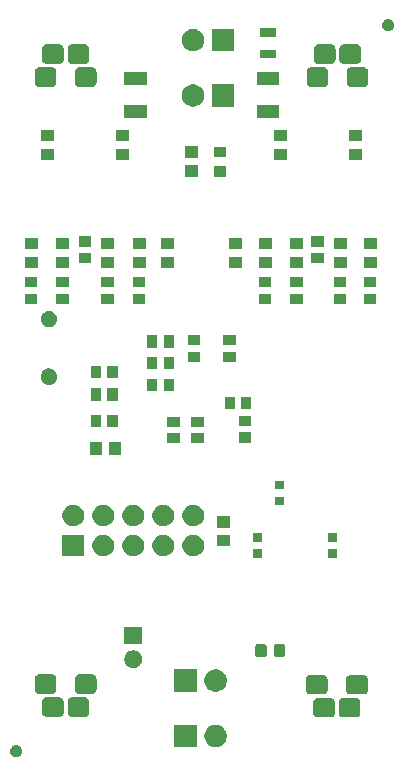
<source format=gbs>
G04 #@! TF.GenerationSoftware,KiCad,Pcbnew,(5.1.5)-3*
G04 #@! TF.CreationDate,2020-07-08T18:31:05-03:00*
G04 #@! TF.ProjectId,EEN60002020,45454e36-3030-4303-9230-32302e6b6963,rev?*
G04 #@! TF.SameCoordinates,Original*
G04 #@! TF.FileFunction,Soldermask,Bot*
G04 #@! TF.FilePolarity,Negative*
%FSLAX46Y46*%
G04 Gerber Fmt 4.6, Leading zero omitted, Abs format (unit mm)*
G04 Created by KiCad (PCBNEW (5.1.5)-3) date 2020-07-08 18:31:05*
%MOMM*%
%LPD*%
G04 APERTURE LIST*
%ADD10C,0.100000*%
G04 APERTURE END LIST*
D10*
G36*
X136289843Y-125503214D02*
G01*
X136289846Y-125503215D01*
X136289845Y-125503215D01*
X136380839Y-125540906D01*
X136404573Y-125556765D01*
X136462730Y-125595624D01*
X136532376Y-125665270D01*
X136587095Y-125747163D01*
X136624786Y-125838157D01*
X136644000Y-125934753D01*
X136644000Y-126033247D01*
X136624786Y-126129843D01*
X136624785Y-126129845D01*
X136587094Y-126220839D01*
X136532375Y-126302731D01*
X136462731Y-126372375D01*
X136380839Y-126427094D01*
X136380838Y-126427095D01*
X136380837Y-126427095D01*
X136289843Y-126464786D01*
X136193247Y-126484000D01*
X136094753Y-126484000D01*
X135998157Y-126464786D01*
X135907163Y-126427095D01*
X135907162Y-126427095D01*
X135907161Y-126427094D01*
X135825269Y-126372375D01*
X135755625Y-126302731D01*
X135700906Y-126220839D01*
X135663215Y-126129845D01*
X135663214Y-126129843D01*
X135644000Y-126033247D01*
X135644000Y-125934753D01*
X135663214Y-125838157D01*
X135700905Y-125747163D01*
X135755624Y-125665270D01*
X135825270Y-125595624D01*
X135883427Y-125556765D01*
X135907161Y-125540906D01*
X135998155Y-125503215D01*
X135998154Y-125503215D01*
X135998157Y-125503214D01*
X136094753Y-125484000D01*
X136193247Y-125484000D01*
X136289843Y-125503214D01*
G37*
G36*
X153312395Y-123799546D02*
G01*
X153485466Y-123871234D01*
X153485467Y-123871235D01*
X153641227Y-123975310D01*
X153773690Y-124107773D01*
X153773691Y-124107775D01*
X153877766Y-124263534D01*
X153949454Y-124436605D01*
X153986000Y-124620333D01*
X153986000Y-124807667D01*
X153949454Y-124991395D01*
X153877766Y-125164466D01*
X153877765Y-125164467D01*
X153773690Y-125320227D01*
X153641227Y-125452690D01*
X153594368Y-125484000D01*
X153485466Y-125556766D01*
X153312395Y-125628454D01*
X153128667Y-125665000D01*
X152941333Y-125665000D01*
X152757605Y-125628454D01*
X152584534Y-125556766D01*
X152475632Y-125484000D01*
X152428773Y-125452690D01*
X152296310Y-125320227D01*
X152192235Y-125164467D01*
X152192234Y-125164466D01*
X152120546Y-124991395D01*
X152084000Y-124807667D01*
X152084000Y-124620333D01*
X152120546Y-124436605D01*
X152192234Y-124263534D01*
X152296309Y-124107775D01*
X152296310Y-124107773D01*
X152428773Y-123975310D01*
X152584533Y-123871235D01*
X152584534Y-123871234D01*
X152757605Y-123799546D01*
X152941333Y-123763000D01*
X153128667Y-123763000D01*
X153312395Y-123799546D01*
G37*
G36*
X151446000Y-125665000D02*
G01*
X149544000Y-125665000D01*
X149544000Y-123763000D01*
X151446000Y-123763000D01*
X151446000Y-125665000D01*
G37*
G36*
X162859384Y-121501232D02*
G01*
X162924087Y-121520860D01*
X162983714Y-121552731D01*
X163035978Y-121595622D01*
X163078869Y-121647886D01*
X163110740Y-121707513D01*
X163130368Y-121772216D01*
X163137600Y-121845641D01*
X163137600Y-122774359D01*
X163130368Y-122847784D01*
X163110740Y-122912487D01*
X163078869Y-122972114D01*
X163035978Y-123024378D01*
X162983714Y-123067269D01*
X162924087Y-123099140D01*
X162859384Y-123118768D01*
X162785959Y-123126000D01*
X161657241Y-123126000D01*
X161583816Y-123118768D01*
X161519113Y-123099140D01*
X161459486Y-123067269D01*
X161407222Y-123024378D01*
X161364331Y-122972114D01*
X161332460Y-122912487D01*
X161312832Y-122847784D01*
X161305600Y-122774359D01*
X161305600Y-121845641D01*
X161312832Y-121772216D01*
X161332460Y-121707513D01*
X161364331Y-121647886D01*
X161407222Y-121595622D01*
X161459486Y-121552731D01*
X161519113Y-121520860D01*
X161583816Y-121501232D01*
X161657241Y-121494000D01*
X162785959Y-121494000D01*
X162859384Y-121501232D01*
G37*
G36*
X165009384Y-121501232D02*
G01*
X165074087Y-121520860D01*
X165133714Y-121552731D01*
X165185978Y-121595622D01*
X165228869Y-121647886D01*
X165260740Y-121707513D01*
X165280368Y-121772216D01*
X165287600Y-121845641D01*
X165287600Y-122774359D01*
X165280368Y-122847784D01*
X165260740Y-122912487D01*
X165228869Y-122972114D01*
X165185978Y-123024378D01*
X165133714Y-123067269D01*
X165074087Y-123099140D01*
X165009384Y-123118768D01*
X164935959Y-123126000D01*
X163807241Y-123126000D01*
X163733816Y-123118768D01*
X163669113Y-123099140D01*
X163609486Y-123067269D01*
X163557222Y-123024378D01*
X163514331Y-122972114D01*
X163482460Y-122912487D01*
X163462832Y-122847784D01*
X163455600Y-122774359D01*
X163455600Y-121845641D01*
X163462832Y-121772216D01*
X163482460Y-121707513D01*
X163514331Y-121647886D01*
X163557222Y-121595622D01*
X163609486Y-121552731D01*
X163669113Y-121520860D01*
X163733816Y-121501232D01*
X163807241Y-121494000D01*
X164935959Y-121494000D01*
X165009384Y-121501232D01*
G37*
G36*
X142047784Y-121451232D02*
G01*
X142112487Y-121470860D01*
X142172114Y-121502731D01*
X142224378Y-121545622D01*
X142267269Y-121597886D01*
X142299140Y-121657513D01*
X142318768Y-121722216D01*
X142326000Y-121795641D01*
X142326000Y-122724359D01*
X142318768Y-122797784D01*
X142299140Y-122862487D01*
X142267269Y-122922114D01*
X142224378Y-122974378D01*
X142172114Y-123017269D01*
X142112487Y-123049140D01*
X142047784Y-123068768D01*
X141974359Y-123076000D01*
X140845641Y-123076000D01*
X140772216Y-123068768D01*
X140707513Y-123049140D01*
X140647886Y-123017269D01*
X140595622Y-122974378D01*
X140552731Y-122922114D01*
X140520860Y-122862487D01*
X140501232Y-122797784D01*
X140494000Y-122724359D01*
X140494000Y-121795641D01*
X140501232Y-121722216D01*
X140520860Y-121657513D01*
X140552731Y-121597886D01*
X140595622Y-121545622D01*
X140647886Y-121502731D01*
X140707513Y-121470860D01*
X140772216Y-121451232D01*
X140845641Y-121444000D01*
X141974359Y-121444000D01*
X142047784Y-121451232D01*
G37*
G36*
X139897784Y-121451232D02*
G01*
X139962487Y-121470860D01*
X140022114Y-121502731D01*
X140074378Y-121545622D01*
X140117269Y-121597886D01*
X140149140Y-121657513D01*
X140168768Y-121722216D01*
X140176000Y-121795641D01*
X140176000Y-122724359D01*
X140168768Y-122797784D01*
X140149140Y-122862487D01*
X140117269Y-122922114D01*
X140074378Y-122974378D01*
X140022114Y-123017269D01*
X139962487Y-123049140D01*
X139897784Y-123068768D01*
X139824359Y-123076000D01*
X138695641Y-123076000D01*
X138622216Y-123068768D01*
X138557513Y-123049140D01*
X138497886Y-123017269D01*
X138445622Y-122974378D01*
X138402731Y-122922114D01*
X138370860Y-122862487D01*
X138351232Y-122797784D01*
X138344000Y-122724359D01*
X138344000Y-121795641D01*
X138351232Y-121722216D01*
X138370860Y-121657513D01*
X138402731Y-121597886D01*
X138445622Y-121545622D01*
X138497886Y-121502731D01*
X138557513Y-121470860D01*
X138622216Y-121451232D01*
X138695641Y-121444000D01*
X139824359Y-121444000D01*
X139897784Y-121451232D01*
G37*
G36*
X162234384Y-119551232D02*
G01*
X162299087Y-119570860D01*
X162358714Y-119602731D01*
X162410978Y-119645622D01*
X162453869Y-119697886D01*
X162485740Y-119757513D01*
X162505368Y-119822216D01*
X162512600Y-119895641D01*
X162512600Y-120824359D01*
X162505368Y-120897784D01*
X162485740Y-120962487D01*
X162453869Y-121022114D01*
X162410978Y-121074378D01*
X162358714Y-121117269D01*
X162299087Y-121149140D01*
X162234384Y-121168768D01*
X162160959Y-121176000D01*
X161032241Y-121176000D01*
X160958816Y-121168768D01*
X160894113Y-121149140D01*
X160834486Y-121117269D01*
X160782222Y-121074378D01*
X160739331Y-121022114D01*
X160707460Y-120962487D01*
X160687832Y-120897784D01*
X160680600Y-120824359D01*
X160680600Y-119895641D01*
X160687832Y-119822216D01*
X160707460Y-119757513D01*
X160739331Y-119697886D01*
X160782222Y-119645622D01*
X160834486Y-119602731D01*
X160894113Y-119570860D01*
X160958816Y-119551232D01*
X161032241Y-119544000D01*
X162160959Y-119544000D01*
X162234384Y-119551232D01*
G37*
G36*
X165634384Y-119551232D02*
G01*
X165699087Y-119570860D01*
X165758714Y-119602731D01*
X165810978Y-119645622D01*
X165853869Y-119697886D01*
X165885740Y-119757513D01*
X165905368Y-119822216D01*
X165912600Y-119895641D01*
X165912600Y-120824359D01*
X165905368Y-120897784D01*
X165885740Y-120962487D01*
X165853869Y-121022114D01*
X165810978Y-121074378D01*
X165758714Y-121117269D01*
X165699087Y-121149140D01*
X165634384Y-121168768D01*
X165560959Y-121176000D01*
X164432241Y-121176000D01*
X164358816Y-121168768D01*
X164294113Y-121149140D01*
X164234486Y-121117269D01*
X164182222Y-121074378D01*
X164139331Y-121022114D01*
X164107460Y-120962487D01*
X164087832Y-120897784D01*
X164080600Y-120824359D01*
X164080600Y-119895641D01*
X164087832Y-119822216D01*
X164107460Y-119757513D01*
X164139331Y-119697886D01*
X164182222Y-119645622D01*
X164234486Y-119602731D01*
X164294113Y-119570860D01*
X164358816Y-119551232D01*
X164432241Y-119544000D01*
X165560959Y-119544000D01*
X165634384Y-119551232D01*
G37*
G36*
X139272784Y-119501232D02*
G01*
X139337487Y-119520860D01*
X139397114Y-119552731D01*
X139449378Y-119595622D01*
X139492269Y-119647886D01*
X139524140Y-119707513D01*
X139543768Y-119772216D01*
X139551000Y-119845641D01*
X139551000Y-120774359D01*
X139543768Y-120847784D01*
X139524140Y-120912487D01*
X139492269Y-120972114D01*
X139449378Y-121024378D01*
X139397114Y-121067269D01*
X139337487Y-121099140D01*
X139272784Y-121118768D01*
X139199359Y-121126000D01*
X138070641Y-121126000D01*
X137997216Y-121118768D01*
X137932513Y-121099140D01*
X137872886Y-121067269D01*
X137820622Y-121024378D01*
X137777731Y-120972114D01*
X137745860Y-120912487D01*
X137726232Y-120847784D01*
X137719000Y-120774359D01*
X137719000Y-119845641D01*
X137726232Y-119772216D01*
X137745860Y-119707513D01*
X137777731Y-119647886D01*
X137820622Y-119595622D01*
X137872886Y-119552731D01*
X137932513Y-119520860D01*
X137997216Y-119501232D01*
X138070641Y-119494000D01*
X139199359Y-119494000D01*
X139272784Y-119501232D01*
G37*
G36*
X142672784Y-119501232D02*
G01*
X142737487Y-119520860D01*
X142797114Y-119552731D01*
X142849378Y-119595622D01*
X142892269Y-119647886D01*
X142924140Y-119707513D01*
X142943768Y-119772216D01*
X142951000Y-119845641D01*
X142951000Y-120774359D01*
X142943768Y-120847784D01*
X142924140Y-120912487D01*
X142892269Y-120972114D01*
X142849378Y-121024378D01*
X142797114Y-121067269D01*
X142737487Y-121099140D01*
X142672784Y-121118768D01*
X142599359Y-121126000D01*
X141470641Y-121126000D01*
X141397216Y-121118768D01*
X141332513Y-121099140D01*
X141272886Y-121067269D01*
X141220622Y-121024378D01*
X141177731Y-120972114D01*
X141145860Y-120912487D01*
X141126232Y-120847784D01*
X141119000Y-120774359D01*
X141119000Y-119845641D01*
X141126232Y-119772216D01*
X141145860Y-119707513D01*
X141177731Y-119647886D01*
X141220622Y-119595622D01*
X141272886Y-119552731D01*
X141332513Y-119520860D01*
X141397216Y-119501232D01*
X141470641Y-119494000D01*
X142599359Y-119494000D01*
X142672784Y-119501232D01*
G37*
G36*
X153312395Y-119100546D02*
G01*
X153485466Y-119172234D01*
X153485467Y-119172235D01*
X153641227Y-119276310D01*
X153773690Y-119408773D01*
X153773691Y-119408775D01*
X153877766Y-119564534D01*
X153949454Y-119737605D01*
X153986000Y-119921333D01*
X153986000Y-120108667D01*
X153949454Y-120292395D01*
X153877766Y-120465466D01*
X153877765Y-120465467D01*
X153773690Y-120621227D01*
X153641227Y-120753690D01*
X153575515Y-120797597D01*
X153485466Y-120857766D01*
X153312395Y-120929454D01*
X153128667Y-120966000D01*
X152941333Y-120966000D01*
X152757605Y-120929454D01*
X152584534Y-120857766D01*
X152494485Y-120797597D01*
X152428773Y-120753690D01*
X152296310Y-120621227D01*
X152192235Y-120465467D01*
X152192234Y-120465466D01*
X152120546Y-120292395D01*
X152084000Y-120108667D01*
X152084000Y-119921333D01*
X152120546Y-119737605D01*
X152192234Y-119564534D01*
X152296309Y-119408775D01*
X152296310Y-119408773D01*
X152428773Y-119276310D01*
X152584533Y-119172235D01*
X152584534Y-119172234D01*
X152757605Y-119100546D01*
X152941333Y-119064000D01*
X153128667Y-119064000D01*
X153312395Y-119100546D01*
G37*
G36*
X151446000Y-120966000D02*
G01*
X149544000Y-120966000D01*
X149544000Y-119064000D01*
X151446000Y-119064000D01*
X151446000Y-120966000D01*
G37*
G36*
X146269059Y-117482860D02*
G01*
X146405732Y-117539472D01*
X146528735Y-117621660D01*
X146633340Y-117726265D01*
X146691368Y-117813110D01*
X146715529Y-117849270D01*
X146770677Y-117982408D01*
X146772140Y-117985941D01*
X146801000Y-118131033D01*
X146801000Y-118278967D01*
X146772140Y-118424059D01*
X146715528Y-118560732D01*
X146633340Y-118683735D01*
X146528735Y-118788340D01*
X146405732Y-118870528D01*
X146405731Y-118870529D01*
X146405730Y-118870529D01*
X146269059Y-118927140D01*
X146123968Y-118956000D01*
X145976032Y-118956000D01*
X145830941Y-118927140D01*
X145694270Y-118870529D01*
X145694269Y-118870529D01*
X145694268Y-118870528D01*
X145571265Y-118788340D01*
X145466660Y-118683735D01*
X145384472Y-118560732D01*
X145327860Y-118424059D01*
X145299000Y-118278967D01*
X145299000Y-118131033D01*
X145327860Y-117985941D01*
X145329323Y-117982408D01*
X145384471Y-117849270D01*
X145408632Y-117813110D01*
X145466660Y-117726265D01*
X145571265Y-117621660D01*
X145694268Y-117539472D01*
X145830941Y-117482860D01*
X145976032Y-117454000D01*
X146123968Y-117454000D01*
X146269059Y-117482860D01*
G37*
G36*
X157212391Y-116953085D02*
G01*
X157246369Y-116963393D01*
X157277690Y-116980134D01*
X157305139Y-117002661D01*
X157327666Y-117030110D01*
X157344407Y-117061431D01*
X157354715Y-117095409D01*
X157358800Y-117136890D01*
X157358800Y-117813110D01*
X157354715Y-117854591D01*
X157344407Y-117888569D01*
X157327666Y-117919890D01*
X157305139Y-117947339D01*
X157277690Y-117969866D01*
X157246369Y-117986607D01*
X157212391Y-117996915D01*
X157170910Y-118001000D01*
X156569690Y-118001000D01*
X156528209Y-117996915D01*
X156494231Y-117986607D01*
X156462910Y-117969866D01*
X156435461Y-117947339D01*
X156412934Y-117919890D01*
X156396193Y-117888569D01*
X156385885Y-117854591D01*
X156381800Y-117813110D01*
X156381800Y-117136890D01*
X156385885Y-117095409D01*
X156396193Y-117061431D01*
X156412934Y-117030110D01*
X156435461Y-117002661D01*
X156462910Y-116980134D01*
X156494231Y-116963393D01*
X156528209Y-116953085D01*
X156569690Y-116949000D01*
X157170910Y-116949000D01*
X157212391Y-116953085D01*
G37*
G36*
X158787391Y-116953085D02*
G01*
X158821369Y-116963393D01*
X158852690Y-116980134D01*
X158880139Y-117002661D01*
X158902666Y-117030110D01*
X158919407Y-117061431D01*
X158929715Y-117095409D01*
X158933800Y-117136890D01*
X158933800Y-117813110D01*
X158929715Y-117854591D01*
X158919407Y-117888569D01*
X158902666Y-117919890D01*
X158880139Y-117947339D01*
X158852690Y-117969866D01*
X158821369Y-117986607D01*
X158787391Y-117996915D01*
X158745910Y-118001000D01*
X158144690Y-118001000D01*
X158103209Y-117996915D01*
X158069231Y-117986607D01*
X158037910Y-117969866D01*
X158010461Y-117947339D01*
X157987934Y-117919890D01*
X157971193Y-117888569D01*
X157960885Y-117854591D01*
X157956800Y-117813110D01*
X157956800Y-117136890D01*
X157960885Y-117095409D01*
X157971193Y-117061431D01*
X157987934Y-117030110D01*
X158010461Y-117002661D01*
X158037910Y-116980134D01*
X158069231Y-116963393D01*
X158103209Y-116953085D01*
X158144690Y-116949000D01*
X158745910Y-116949000D01*
X158787391Y-116953085D01*
G37*
G36*
X146801000Y-116956000D02*
G01*
X145299000Y-116956000D01*
X145299000Y-115454000D01*
X146801000Y-115454000D01*
X146801000Y-116956000D01*
G37*
G36*
X163342000Y-109636000D02*
G01*
X162540000Y-109636000D01*
X162540000Y-108884000D01*
X163342000Y-108884000D01*
X163342000Y-109636000D01*
G37*
G36*
X156992000Y-109636000D02*
G01*
X156190000Y-109636000D01*
X156190000Y-108884000D01*
X156992000Y-108884000D01*
X156992000Y-109636000D01*
G37*
G36*
X143776778Y-107705547D02*
G01*
X143943224Y-107774491D01*
X144093022Y-107874583D01*
X144220417Y-108001978D01*
X144320509Y-108151776D01*
X144389453Y-108318222D01*
X144424600Y-108494918D01*
X144424600Y-108675082D01*
X144389453Y-108851778D01*
X144320509Y-109018224D01*
X144220417Y-109168022D01*
X144093022Y-109295417D01*
X143943224Y-109395509D01*
X143776778Y-109464453D01*
X143600082Y-109499600D01*
X143419918Y-109499600D01*
X143243222Y-109464453D01*
X143076776Y-109395509D01*
X142926978Y-109295417D01*
X142799583Y-109168022D01*
X142699491Y-109018224D01*
X142630547Y-108851778D01*
X142595400Y-108675082D01*
X142595400Y-108494918D01*
X142630547Y-108318222D01*
X142699491Y-108151776D01*
X142799583Y-108001978D01*
X142926978Y-107874583D01*
X143076776Y-107774491D01*
X143243222Y-107705547D01*
X143419918Y-107670400D01*
X143600082Y-107670400D01*
X143776778Y-107705547D01*
G37*
G36*
X146316778Y-107705547D02*
G01*
X146483224Y-107774491D01*
X146633022Y-107874583D01*
X146760417Y-108001978D01*
X146860509Y-108151776D01*
X146929453Y-108318222D01*
X146964600Y-108494918D01*
X146964600Y-108675082D01*
X146929453Y-108851778D01*
X146860509Y-109018224D01*
X146760417Y-109168022D01*
X146633022Y-109295417D01*
X146483224Y-109395509D01*
X146316778Y-109464453D01*
X146140082Y-109499600D01*
X145959918Y-109499600D01*
X145783222Y-109464453D01*
X145616776Y-109395509D01*
X145466978Y-109295417D01*
X145339583Y-109168022D01*
X145239491Y-109018224D01*
X145170547Y-108851778D01*
X145135400Y-108675082D01*
X145135400Y-108494918D01*
X145170547Y-108318222D01*
X145239491Y-108151776D01*
X145339583Y-108001978D01*
X145466978Y-107874583D01*
X145616776Y-107774491D01*
X145783222Y-107705547D01*
X145959918Y-107670400D01*
X146140082Y-107670400D01*
X146316778Y-107705547D01*
G37*
G36*
X148856778Y-107705547D02*
G01*
X149023224Y-107774491D01*
X149173022Y-107874583D01*
X149300417Y-108001978D01*
X149400509Y-108151776D01*
X149469453Y-108318222D01*
X149504600Y-108494918D01*
X149504600Y-108675082D01*
X149469453Y-108851778D01*
X149400509Y-109018224D01*
X149300417Y-109168022D01*
X149173022Y-109295417D01*
X149023224Y-109395509D01*
X148856778Y-109464453D01*
X148680082Y-109499600D01*
X148499918Y-109499600D01*
X148323222Y-109464453D01*
X148156776Y-109395509D01*
X148006978Y-109295417D01*
X147879583Y-109168022D01*
X147779491Y-109018224D01*
X147710547Y-108851778D01*
X147675400Y-108675082D01*
X147675400Y-108494918D01*
X147710547Y-108318222D01*
X147779491Y-108151776D01*
X147879583Y-108001978D01*
X148006978Y-107874583D01*
X148156776Y-107774491D01*
X148323222Y-107705547D01*
X148499918Y-107670400D01*
X148680082Y-107670400D01*
X148856778Y-107705547D01*
G37*
G36*
X151396778Y-107705547D02*
G01*
X151563224Y-107774491D01*
X151713022Y-107874583D01*
X151840417Y-108001978D01*
X151940509Y-108151776D01*
X152009453Y-108318222D01*
X152044600Y-108494918D01*
X152044600Y-108675082D01*
X152009453Y-108851778D01*
X151940509Y-109018224D01*
X151840417Y-109168022D01*
X151713022Y-109295417D01*
X151563224Y-109395509D01*
X151396778Y-109464453D01*
X151220082Y-109499600D01*
X151039918Y-109499600D01*
X150863222Y-109464453D01*
X150696776Y-109395509D01*
X150546978Y-109295417D01*
X150419583Y-109168022D01*
X150319491Y-109018224D01*
X150250547Y-108851778D01*
X150215400Y-108675082D01*
X150215400Y-108494918D01*
X150250547Y-108318222D01*
X150319491Y-108151776D01*
X150419583Y-108001978D01*
X150546978Y-107874583D01*
X150696776Y-107774491D01*
X150863222Y-107705547D01*
X151039918Y-107670400D01*
X151220082Y-107670400D01*
X151396778Y-107705547D01*
G37*
G36*
X141884600Y-109499600D02*
G01*
X140055400Y-109499600D01*
X140055400Y-107670400D01*
X141884600Y-107670400D01*
X141884600Y-109499600D01*
G37*
G36*
X154221000Y-108666800D02*
G01*
X153119000Y-108666800D01*
X153119000Y-107664800D01*
X154221000Y-107664800D01*
X154221000Y-108666800D01*
G37*
G36*
X156992000Y-108286000D02*
G01*
X156190000Y-108286000D01*
X156190000Y-107534000D01*
X156992000Y-107534000D01*
X156992000Y-108286000D01*
G37*
G36*
X163342000Y-108286000D02*
G01*
X162540000Y-108286000D01*
X162540000Y-107534000D01*
X163342000Y-107534000D01*
X163342000Y-108286000D01*
G37*
G36*
X154221000Y-107066800D02*
G01*
X153119000Y-107066800D01*
X153119000Y-106064800D01*
X154221000Y-106064800D01*
X154221000Y-107066800D01*
G37*
G36*
X148856778Y-105165547D02*
G01*
X149023224Y-105234491D01*
X149173022Y-105334583D01*
X149300417Y-105461978D01*
X149400509Y-105611776D01*
X149469453Y-105778222D01*
X149504600Y-105954918D01*
X149504600Y-106135082D01*
X149469453Y-106311778D01*
X149400509Y-106478224D01*
X149300417Y-106628022D01*
X149173022Y-106755417D01*
X149023224Y-106855509D01*
X148856778Y-106924453D01*
X148680082Y-106959600D01*
X148499918Y-106959600D01*
X148323222Y-106924453D01*
X148156776Y-106855509D01*
X148006978Y-106755417D01*
X147879583Y-106628022D01*
X147779491Y-106478224D01*
X147710547Y-106311778D01*
X147675400Y-106135082D01*
X147675400Y-105954918D01*
X147710547Y-105778222D01*
X147779491Y-105611776D01*
X147879583Y-105461978D01*
X148006978Y-105334583D01*
X148156776Y-105234491D01*
X148323222Y-105165547D01*
X148499918Y-105130400D01*
X148680082Y-105130400D01*
X148856778Y-105165547D01*
G37*
G36*
X151396778Y-105165547D02*
G01*
X151563224Y-105234491D01*
X151713022Y-105334583D01*
X151840417Y-105461978D01*
X151940509Y-105611776D01*
X152009453Y-105778222D01*
X152044600Y-105954918D01*
X152044600Y-106135082D01*
X152009453Y-106311778D01*
X151940509Y-106478224D01*
X151840417Y-106628022D01*
X151713022Y-106755417D01*
X151563224Y-106855509D01*
X151396778Y-106924453D01*
X151220082Y-106959600D01*
X151039918Y-106959600D01*
X150863222Y-106924453D01*
X150696776Y-106855509D01*
X150546978Y-106755417D01*
X150419583Y-106628022D01*
X150319491Y-106478224D01*
X150250547Y-106311778D01*
X150215400Y-106135082D01*
X150215400Y-105954918D01*
X150250547Y-105778222D01*
X150319491Y-105611776D01*
X150419583Y-105461978D01*
X150546978Y-105334583D01*
X150696776Y-105234491D01*
X150863222Y-105165547D01*
X151039918Y-105130400D01*
X151220082Y-105130400D01*
X151396778Y-105165547D01*
G37*
G36*
X146316778Y-105165547D02*
G01*
X146483224Y-105234491D01*
X146633022Y-105334583D01*
X146760417Y-105461978D01*
X146860509Y-105611776D01*
X146929453Y-105778222D01*
X146964600Y-105954918D01*
X146964600Y-106135082D01*
X146929453Y-106311778D01*
X146860509Y-106478224D01*
X146760417Y-106628022D01*
X146633022Y-106755417D01*
X146483224Y-106855509D01*
X146316778Y-106924453D01*
X146140082Y-106959600D01*
X145959918Y-106959600D01*
X145783222Y-106924453D01*
X145616776Y-106855509D01*
X145466978Y-106755417D01*
X145339583Y-106628022D01*
X145239491Y-106478224D01*
X145170547Y-106311778D01*
X145135400Y-106135082D01*
X145135400Y-105954918D01*
X145170547Y-105778222D01*
X145239491Y-105611776D01*
X145339583Y-105461978D01*
X145466978Y-105334583D01*
X145616776Y-105234491D01*
X145783222Y-105165547D01*
X145959918Y-105130400D01*
X146140082Y-105130400D01*
X146316778Y-105165547D01*
G37*
G36*
X143776778Y-105165547D02*
G01*
X143943224Y-105234491D01*
X144093022Y-105334583D01*
X144220417Y-105461978D01*
X144320509Y-105611776D01*
X144389453Y-105778222D01*
X144424600Y-105954918D01*
X144424600Y-106135082D01*
X144389453Y-106311778D01*
X144320509Y-106478224D01*
X144220417Y-106628022D01*
X144093022Y-106755417D01*
X143943224Y-106855509D01*
X143776778Y-106924453D01*
X143600082Y-106959600D01*
X143419918Y-106959600D01*
X143243222Y-106924453D01*
X143076776Y-106855509D01*
X142926978Y-106755417D01*
X142799583Y-106628022D01*
X142699491Y-106478224D01*
X142630547Y-106311778D01*
X142595400Y-106135082D01*
X142595400Y-105954918D01*
X142630547Y-105778222D01*
X142699491Y-105611776D01*
X142799583Y-105461978D01*
X142926978Y-105334583D01*
X143076776Y-105234491D01*
X143243222Y-105165547D01*
X143419918Y-105130400D01*
X143600082Y-105130400D01*
X143776778Y-105165547D01*
G37*
G36*
X141236778Y-105165547D02*
G01*
X141403224Y-105234491D01*
X141553022Y-105334583D01*
X141680417Y-105461978D01*
X141780509Y-105611776D01*
X141849453Y-105778222D01*
X141884600Y-105954918D01*
X141884600Y-106135082D01*
X141849453Y-106311778D01*
X141780509Y-106478224D01*
X141680417Y-106628022D01*
X141553022Y-106755417D01*
X141403224Y-106855509D01*
X141236778Y-106924453D01*
X141060082Y-106959600D01*
X140879918Y-106959600D01*
X140703222Y-106924453D01*
X140536776Y-106855509D01*
X140386978Y-106755417D01*
X140259583Y-106628022D01*
X140159491Y-106478224D01*
X140090547Y-106311778D01*
X140055400Y-106135082D01*
X140055400Y-105954918D01*
X140090547Y-105778222D01*
X140159491Y-105611776D01*
X140259583Y-105461978D01*
X140386978Y-105334583D01*
X140536776Y-105234491D01*
X140703222Y-105165547D01*
X140879918Y-105130400D01*
X141060082Y-105130400D01*
X141236778Y-105165547D01*
G37*
G36*
X158846200Y-105191000D02*
G01*
X158044200Y-105191000D01*
X158044200Y-104439000D01*
X158846200Y-104439000D01*
X158846200Y-105191000D01*
G37*
G36*
X158846200Y-103841000D02*
G01*
X158044200Y-103841000D01*
X158044200Y-103089000D01*
X158846200Y-103089000D01*
X158846200Y-103841000D01*
G37*
G36*
X143388800Y-100906400D02*
G01*
X142386800Y-100906400D01*
X142386800Y-99804400D01*
X143388800Y-99804400D01*
X143388800Y-100906400D01*
G37*
G36*
X144988800Y-100906400D02*
G01*
X143986800Y-100906400D01*
X143986800Y-99804400D01*
X144988800Y-99804400D01*
X144988800Y-100906400D01*
G37*
G36*
X152032000Y-99932000D02*
G01*
X150990000Y-99932000D01*
X150990000Y-99080000D01*
X152032000Y-99080000D01*
X152032000Y-99932000D01*
G37*
G36*
X150000000Y-99932000D02*
G01*
X148958000Y-99932000D01*
X148958000Y-99080000D01*
X150000000Y-99080000D01*
X150000000Y-99932000D01*
G37*
G36*
X156032500Y-99867000D02*
G01*
X154990500Y-99867000D01*
X154990500Y-99015000D01*
X156032500Y-99015000D01*
X156032500Y-99867000D01*
G37*
G36*
X144729300Y-98539600D02*
G01*
X143877300Y-98539600D01*
X143877300Y-97497600D01*
X144729300Y-97497600D01*
X144729300Y-98539600D01*
G37*
G36*
X143329300Y-98539600D02*
G01*
X142477300Y-98539600D01*
X142477300Y-97497600D01*
X143329300Y-97497600D01*
X143329300Y-98539600D01*
G37*
G36*
X152032000Y-98532000D02*
G01*
X150990000Y-98532000D01*
X150990000Y-97680000D01*
X152032000Y-97680000D01*
X152032000Y-98532000D01*
G37*
G36*
X150000000Y-98532000D02*
G01*
X148958000Y-98532000D01*
X148958000Y-97680000D01*
X150000000Y-97680000D01*
X150000000Y-98532000D01*
G37*
G36*
X156032500Y-98467000D02*
G01*
X154990500Y-98467000D01*
X154990500Y-97615000D01*
X156032500Y-97615000D01*
X156032500Y-98467000D01*
G37*
G36*
X156066000Y-97041000D02*
G01*
X155214000Y-97041000D01*
X155214000Y-95999000D01*
X156066000Y-95999000D01*
X156066000Y-97041000D01*
G37*
G36*
X154666000Y-97041000D02*
G01*
X153814000Y-97041000D01*
X153814000Y-95999000D01*
X154666000Y-95999000D01*
X154666000Y-97041000D01*
G37*
G36*
X144729300Y-96329800D02*
G01*
X143877300Y-96329800D01*
X143877300Y-95287800D01*
X144729300Y-95287800D01*
X144729300Y-96329800D01*
G37*
G36*
X143329300Y-96329800D02*
G01*
X142477300Y-96329800D01*
X142477300Y-95287800D01*
X143329300Y-95287800D01*
X143329300Y-96329800D01*
G37*
G36*
X148100100Y-95491600D02*
G01*
X147248100Y-95491600D01*
X147248100Y-94449600D01*
X148100100Y-94449600D01*
X148100100Y-95491600D01*
G37*
G36*
X149500100Y-95491600D02*
G01*
X148648100Y-95491600D01*
X148648100Y-94449600D01*
X149500100Y-94449600D01*
X149500100Y-95491600D01*
G37*
G36*
X139116199Y-93616824D02*
G01*
X139165874Y-93637400D01*
X139243226Y-93669440D01*
X139243227Y-93669441D01*
X139357549Y-93745828D01*
X139454772Y-93843051D01*
X139505812Y-93919439D01*
X139531160Y-93957374D01*
X139583776Y-94084402D01*
X139610600Y-94219253D01*
X139610600Y-94356747D01*
X139583776Y-94491598D01*
X139531160Y-94618626D01*
X139531159Y-94618627D01*
X139454772Y-94732949D01*
X139357549Y-94830172D01*
X139281161Y-94881212D01*
X139243226Y-94906560D01*
X139168815Y-94937382D01*
X139116199Y-94959176D01*
X138981347Y-94986000D01*
X138843853Y-94986000D01*
X138709001Y-94959176D01*
X138656385Y-94937382D01*
X138581974Y-94906560D01*
X138544039Y-94881212D01*
X138467651Y-94830172D01*
X138370428Y-94732949D01*
X138294041Y-94618627D01*
X138294040Y-94618626D01*
X138241424Y-94491598D01*
X138214600Y-94356747D01*
X138214600Y-94219253D01*
X138241424Y-94084402D01*
X138294040Y-93957374D01*
X138319388Y-93919439D01*
X138370428Y-93843051D01*
X138467651Y-93745828D01*
X138581973Y-93669441D01*
X138581974Y-93669440D01*
X138659326Y-93637400D01*
X138709001Y-93616824D01*
X138843853Y-93590000D01*
X138981347Y-93590000D01*
X139116199Y-93616824D01*
G37*
G36*
X144729300Y-94424800D02*
G01*
X143877300Y-94424800D01*
X143877300Y-93382800D01*
X144729300Y-93382800D01*
X144729300Y-94424800D01*
G37*
G36*
X143329300Y-94424800D02*
G01*
X142477300Y-94424800D01*
X142477300Y-93382800D01*
X143329300Y-93382800D01*
X143329300Y-94424800D01*
G37*
G36*
X148100100Y-93637400D02*
G01*
X147248100Y-93637400D01*
X147248100Y-92595400D01*
X148100100Y-92595400D01*
X148100100Y-93637400D01*
G37*
G36*
X149500100Y-93637400D02*
G01*
X148648100Y-93637400D01*
X148648100Y-92595400D01*
X149500100Y-92595400D01*
X149500100Y-93637400D01*
G37*
G36*
X154724400Y-93048600D02*
G01*
X153682400Y-93048600D01*
X153682400Y-92196600D01*
X154724400Y-92196600D01*
X154724400Y-93048600D01*
G37*
G36*
X151752600Y-93048600D02*
G01*
X150710600Y-93048600D01*
X150710600Y-92196600D01*
X151752600Y-92196600D01*
X151752600Y-93048600D01*
G37*
G36*
X149512800Y-91834000D02*
G01*
X148660800Y-91834000D01*
X148660800Y-90792000D01*
X149512800Y-90792000D01*
X149512800Y-91834000D01*
G37*
G36*
X148112800Y-91834000D02*
G01*
X147260800Y-91834000D01*
X147260800Y-90792000D01*
X148112800Y-90792000D01*
X148112800Y-91834000D01*
G37*
G36*
X154724400Y-91648600D02*
G01*
X153682400Y-91648600D01*
X153682400Y-90796600D01*
X154724400Y-90796600D01*
X154724400Y-91648600D01*
G37*
G36*
X151752600Y-91648600D02*
G01*
X150710600Y-91648600D01*
X150710600Y-90796600D01*
X151752600Y-90796600D01*
X151752600Y-91648600D01*
G37*
G36*
X139116199Y-88736824D02*
G01*
X139168815Y-88758618D01*
X139243226Y-88789440D01*
X139243227Y-88789441D01*
X139357549Y-88865828D01*
X139454772Y-88963051D01*
X139505812Y-89039439D01*
X139531160Y-89077374D01*
X139583776Y-89204402D01*
X139610600Y-89339253D01*
X139610600Y-89476747D01*
X139583776Y-89611598D01*
X139531160Y-89738626D01*
X139531159Y-89738627D01*
X139454772Y-89852949D01*
X139357549Y-89950172D01*
X139281161Y-90001212D01*
X139243226Y-90026560D01*
X139168815Y-90057382D01*
X139116199Y-90079176D01*
X138981347Y-90106000D01*
X138843853Y-90106000D01*
X138709001Y-90079176D01*
X138656385Y-90057382D01*
X138581974Y-90026560D01*
X138544039Y-90001212D01*
X138467651Y-89950172D01*
X138370428Y-89852949D01*
X138294041Y-89738627D01*
X138294040Y-89738626D01*
X138241424Y-89611598D01*
X138214600Y-89476747D01*
X138214600Y-89339253D01*
X138241424Y-89204402D01*
X138294040Y-89077374D01*
X138319388Y-89039439D01*
X138370428Y-88963051D01*
X138467651Y-88865828D01*
X138581973Y-88789441D01*
X138581974Y-88789440D01*
X138656385Y-88758618D01*
X138709001Y-88736824D01*
X138843853Y-88710000D01*
X138981347Y-88710000D01*
X139116199Y-88736824D01*
G37*
G36*
X166637000Y-88121000D02*
G01*
X165595000Y-88121000D01*
X165595000Y-87269000D01*
X166637000Y-87269000D01*
X166637000Y-88121000D01*
G37*
G36*
X137935000Y-88121000D02*
G01*
X136893000Y-88121000D01*
X136893000Y-87269000D01*
X137935000Y-87269000D01*
X137935000Y-88121000D01*
G37*
G36*
X164097000Y-88121000D02*
G01*
X163055000Y-88121000D01*
X163055000Y-87269000D01*
X164097000Y-87269000D01*
X164097000Y-88121000D01*
G37*
G36*
X140602000Y-88121000D02*
G01*
X139560000Y-88121000D01*
X139560000Y-87269000D01*
X140602000Y-87269000D01*
X140602000Y-88121000D01*
G37*
G36*
X157747000Y-88121000D02*
G01*
X156705000Y-88121000D01*
X156705000Y-87269000D01*
X157747000Y-87269000D01*
X157747000Y-88121000D01*
G37*
G36*
X147079000Y-88121000D02*
G01*
X146037000Y-88121000D01*
X146037000Y-87269000D01*
X147079000Y-87269000D01*
X147079000Y-88121000D01*
G37*
G36*
X160414000Y-88121000D02*
G01*
X159372000Y-88121000D01*
X159372000Y-87269000D01*
X160414000Y-87269000D01*
X160414000Y-88121000D01*
G37*
G36*
X144412000Y-88121000D02*
G01*
X143370000Y-88121000D01*
X143370000Y-87269000D01*
X144412000Y-87269000D01*
X144412000Y-88121000D01*
G37*
G36*
X160414000Y-86721000D02*
G01*
X159372000Y-86721000D01*
X159372000Y-85869000D01*
X160414000Y-85869000D01*
X160414000Y-86721000D01*
G37*
G36*
X147079000Y-86721000D02*
G01*
X146037000Y-86721000D01*
X146037000Y-85869000D01*
X147079000Y-85869000D01*
X147079000Y-86721000D01*
G37*
G36*
X157747000Y-86721000D02*
G01*
X156705000Y-86721000D01*
X156705000Y-85869000D01*
X157747000Y-85869000D01*
X157747000Y-86721000D01*
G37*
G36*
X144412000Y-86721000D02*
G01*
X143370000Y-86721000D01*
X143370000Y-85869000D01*
X144412000Y-85869000D01*
X144412000Y-86721000D01*
G37*
G36*
X140602000Y-86721000D02*
G01*
X139560000Y-86721000D01*
X139560000Y-85869000D01*
X140602000Y-85869000D01*
X140602000Y-86721000D01*
G37*
G36*
X164097000Y-86721000D02*
G01*
X163055000Y-86721000D01*
X163055000Y-85869000D01*
X164097000Y-85869000D01*
X164097000Y-86721000D01*
G37*
G36*
X166637000Y-86721000D02*
G01*
X165595000Y-86721000D01*
X165595000Y-85869000D01*
X166637000Y-85869000D01*
X166637000Y-86721000D01*
G37*
G36*
X137935000Y-86721000D02*
G01*
X136893000Y-86721000D01*
X136893000Y-85869000D01*
X137935000Y-85869000D01*
X137935000Y-86721000D01*
G37*
G36*
X157777000Y-85121000D02*
G01*
X156675000Y-85121000D01*
X156675000Y-84119000D01*
X157777000Y-84119000D01*
X157777000Y-85121000D01*
G37*
G36*
X137965000Y-85121000D02*
G01*
X136863000Y-85121000D01*
X136863000Y-84119000D01*
X137965000Y-84119000D01*
X137965000Y-85121000D01*
G37*
G36*
X140632000Y-85121000D02*
G01*
X139530000Y-85121000D01*
X139530000Y-84119000D01*
X140632000Y-84119000D01*
X140632000Y-85121000D01*
G37*
G36*
X144442000Y-85121000D02*
G01*
X143340000Y-85121000D01*
X143340000Y-84119000D01*
X144442000Y-84119000D01*
X144442000Y-85121000D01*
G37*
G36*
X147109000Y-85121000D02*
G01*
X146007000Y-85121000D01*
X146007000Y-84119000D01*
X147109000Y-84119000D01*
X147109000Y-85121000D01*
G37*
G36*
X164127000Y-85121000D02*
G01*
X163025000Y-85121000D01*
X163025000Y-84119000D01*
X164127000Y-84119000D01*
X164127000Y-85121000D01*
G37*
G36*
X160444000Y-85121000D02*
G01*
X159342000Y-85121000D01*
X159342000Y-84119000D01*
X160444000Y-84119000D01*
X160444000Y-85121000D01*
G37*
G36*
X149522000Y-85121000D02*
G01*
X148420000Y-85121000D01*
X148420000Y-84119000D01*
X149522000Y-84119000D01*
X149522000Y-85121000D01*
G37*
G36*
X155237000Y-85121000D02*
G01*
X154135000Y-85121000D01*
X154135000Y-84119000D01*
X155237000Y-84119000D01*
X155237000Y-85121000D01*
G37*
G36*
X166667000Y-85121000D02*
G01*
X165565000Y-85121000D01*
X165565000Y-84119000D01*
X166667000Y-84119000D01*
X166667000Y-85121000D01*
G37*
G36*
X142507000Y-84671000D02*
G01*
X141465000Y-84671000D01*
X141465000Y-83819000D01*
X142507000Y-83819000D01*
X142507000Y-84671000D01*
G37*
G36*
X162192000Y-84671000D02*
G01*
X161150000Y-84671000D01*
X161150000Y-83819000D01*
X162192000Y-83819000D01*
X162192000Y-84671000D01*
G37*
G36*
X140632000Y-83521000D02*
G01*
X139530000Y-83521000D01*
X139530000Y-82519000D01*
X140632000Y-82519000D01*
X140632000Y-83521000D01*
G37*
G36*
X160444000Y-83521000D02*
G01*
X159342000Y-83521000D01*
X159342000Y-82519000D01*
X160444000Y-82519000D01*
X160444000Y-83521000D01*
G37*
G36*
X164127000Y-83521000D02*
G01*
X163025000Y-83521000D01*
X163025000Y-82519000D01*
X164127000Y-82519000D01*
X164127000Y-83521000D01*
G37*
G36*
X137965000Y-83521000D02*
G01*
X136863000Y-83521000D01*
X136863000Y-82519000D01*
X137965000Y-82519000D01*
X137965000Y-83521000D01*
G37*
G36*
X166667000Y-83521000D02*
G01*
X165565000Y-83521000D01*
X165565000Y-82519000D01*
X166667000Y-82519000D01*
X166667000Y-83521000D01*
G37*
G36*
X155237000Y-83521000D02*
G01*
X154135000Y-83521000D01*
X154135000Y-82519000D01*
X155237000Y-82519000D01*
X155237000Y-83521000D01*
G37*
G36*
X147109000Y-83521000D02*
G01*
X146007000Y-83521000D01*
X146007000Y-82519000D01*
X147109000Y-82519000D01*
X147109000Y-83521000D01*
G37*
G36*
X157777000Y-83521000D02*
G01*
X156675000Y-83521000D01*
X156675000Y-82519000D01*
X157777000Y-82519000D01*
X157777000Y-83521000D01*
G37*
G36*
X144442000Y-83521000D02*
G01*
X143340000Y-83521000D01*
X143340000Y-82519000D01*
X144442000Y-82519000D01*
X144442000Y-83521000D01*
G37*
G36*
X149522000Y-83521000D02*
G01*
X148420000Y-83521000D01*
X148420000Y-82519000D01*
X149522000Y-82519000D01*
X149522000Y-83521000D01*
G37*
G36*
X162192000Y-83271000D02*
G01*
X161150000Y-83271000D01*
X161150000Y-82419000D01*
X162192000Y-82419000D01*
X162192000Y-83271000D01*
G37*
G36*
X142507000Y-83271000D02*
G01*
X141465000Y-83271000D01*
X141465000Y-82419000D01*
X142507000Y-82419000D01*
X142507000Y-83271000D01*
G37*
G36*
X151554000Y-77374000D02*
G01*
X150452000Y-77374000D01*
X150452000Y-76372000D01*
X151554000Y-76372000D01*
X151554000Y-77374000D01*
G37*
G36*
X153936900Y-77343200D02*
G01*
X152895100Y-77343200D01*
X152895100Y-76479200D01*
X153936900Y-76479200D01*
X153936900Y-77343200D01*
G37*
G36*
X165397000Y-75977000D02*
G01*
X164295000Y-75977000D01*
X164295000Y-74975000D01*
X165397000Y-74975000D01*
X165397000Y-75977000D01*
G37*
G36*
X145712000Y-75977000D02*
G01*
X144610000Y-75977000D01*
X144610000Y-74975000D01*
X145712000Y-74975000D01*
X145712000Y-75977000D01*
G37*
G36*
X159047000Y-75977000D02*
G01*
X157945000Y-75977000D01*
X157945000Y-74975000D01*
X159047000Y-74975000D01*
X159047000Y-75977000D01*
G37*
G36*
X139362000Y-75977000D02*
G01*
X138260000Y-75977000D01*
X138260000Y-74975000D01*
X139362000Y-74975000D01*
X139362000Y-75977000D01*
G37*
G36*
X151554000Y-75774000D02*
G01*
X150452000Y-75774000D01*
X150452000Y-74772000D01*
X151554000Y-74772000D01*
X151554000Y-75774000D01*
G37*
G36*
X153936900Y-75666800D02*
G01*
X152895100Y-75666800D01*
X152895100Y-74802800D01*
X153936900Y-74802800D01*
X153936900Y-75666800D01*
G37*
G36*
X139362000Y-74377000D02*
G01*
X138260000Y-74377000D01*
X138260000Y-73375000D01*
X139362000Y-73375000D01*
X139362000Y-74377000D01*
G37*
G36*
X145712000Y-74377000D02*
G01*
X144610000Y-74377000D01*
X144610000Y-73375000D01*
X145712000Y-73375000D01*
X145712000Y-74377000D01*
G37*
G36*
X159047000Y-74377000D02*
G01*
X157945000Y-74377000D01*
X157945000Y-73375000D01*
X159047000Y-73375000D01*
X159047000Y-74377000D01*
G37*
G36*
X165397000Y-74377000D02*
G01*
X164295000Y-74377000D01*
X164295000Y-73375000D01*
X165397000Y-73375000D01*
X165397000Y-74377000D01*
G37*
G36*
X158441000Y-72382500D02*
G01*
X156519000Y-72382500D01*
X156519000Y-71260500D01*
X158441000Y-71260500D01*
X158441000Y-72382500D01*
G37*
G36*
X147239600Y-72382500D02*
G01*
X145317600Y-72382500D01*
X145317600Y-71260500D01*
X147239600Y-71260500D01*
X147239600Y-72382500D01*
G37*
G36*
X154621000Y-71436000D02*
G01*
X152719000Y-71436000D01*
X152719000Y-69534000D01*
X154621000Y-69534000D01*
X154621000Y-71436000D01*
G37*
G36*
X151407395Y-69570546D02*
G01*
X151580466Y-69642234D01*
X151657818Y-69693919D01*
X151736227Y-69746310D01*
X151868690Y-69878773D01*
X151868691Y-69878775D01*
X151972766Y-70034534D01*
X152044454Y-70207605D01*
X152081000Y-70391333D01*
X152081000Y-70578667D01*
X152044454Y-70762395D01*
X151972766Y-70935466D01*
X151972765Y-70935467D01*
X151868690Y-71091227D01*
X151736227Y-71223690D01*
X151681137Y-71260500D01*
X151580466Y-71327766D01*
X151407395Y-71399454D01*
X151223667Y-71436000D01*
X151036333Y-71436000D01*
X150852605Y-71399454D01*
X150679534Y-71327766D01*
X150578863Y-71260500D01*
X150523773Y-71223690D01*
X150391310Y-71091227D01*
X150287235Y-70935467D01*
X150287234Y-70935466D01*
X150215546Y-70762395D01*
X150179000Y-70578667D01*
X150179000Y-70391333D01*
X150215546Y-70207605D01*
X150287234Y-70034534D01*
X150391309Y-69878775D01*
X150391310Y-69878773D01*
X150523773Y-69746310D01*
X150602182Y-69693919D01*
X150679534Y-69642234D01*
X150852605Y-69570546D01*
X151036333Y-69534000D01*
X151223667Y-69534000D01*
X151407395Y-69570546D01*
G37*
G36*
X165684384Y-68111232D02*
G01*
X165749087Y-68130860D01*
X165808714Y-68162731D01*
X165860978Y-68205622D01*
X165903869Y-68257886D01*
X165935740Y-68317513D01*
X165955368Y-68382216D01*
X165962600Y-68455641D01*
X165962600Y-69384359D01*
X165955368Y-69457784D01*
X165935740Y-69522487D01*
X165903869Y-69582114D01*
X165860978Y-69634378D01*
X165808714Y-69677269D01*
X165749087Y-69709140D01*
X165684384Y-69728768D01*
X165610959Y-69736000D01*
X164482241Y-69736000D01*
X164408816Y-69728768D01*
X164344113Y-69709140D01*
X164284486Y-69677269D01*
X164232222Y-69634378D01*
X164189331Y-69582114D01*
X164157460Y-69522487D01*
X164137832Y-69457784D01*
X164130600Y-69384359D01*
X164130600Y-68455641D01*
X164137832Y-68382216D01*
X164157460Y-68317513D01*
X164189331Y-68257886D01*
X164232222Y-68205622D01*
X164284486Y-68162731D01*
X164344113Y-68130860D01*
X164408816Y-68111232D01*
X164482241Y-68104000D01*
X165610959Y-68104000D01*
X165684384Y-68111232D01*
G37*
G36*
X162284384Y-68111232D02*
G01*
X162349087Y-68130860D01*
X162408714Y-68162731D01*
X162460978Y-68205622D01*
X162503869Y-68257886D01*
X162535740Y-68317513D01*
X162555368Y-68382216D01*
X162562600Y-68455641D01*
X162562600Y-69384359D01*
X162555368Y-69457784D01*
X162535740Y-69522487D01*
X162503869Y-69582114D01*
X162460978Y-69634378D01*
X162408714Y-69677269D01*
X162349087Y-69709140D01*
X162284384Y-69728768D01*
X162210959Y-69736000D01*
X161082241Y-69736000D01*
X161008816Y-69728768D01*
X160944113Y-69709140D01*
X160884486Y-69677269D01*
X160832222Y-69634378D01*
X160789331Y-69582114D01*
X160757460Y-69522487D01*
X160737832Y-69457784D01*
X160730600Y-69384359D01*
X160730600Y-68455641D01*
X160737832Y-68382216D01*
X160757460Y-68317513D01*
X160789331Y-68257886D01*
X160832222Y-68205622D01*
X160884486Y-68162731D01*
X160944113Y-68130860D01*
X161008816Y-68111232D01*
X161082241Y-68104000D01*
X162210959Y-68104000D01*
X162284384Y-68111232D01*
G37*
G36*
X139272784Y-68111232D02*
G01*
X139337487Y-68130860D01*
X139397114Y-68162731D01*
X139449378Y-68205622D01*
X139492269Y-68257886D01*
X139524140Y-68317513D01*
X139543768Y-68382216D01*
X139551000Y-68455641D01*
X139551000Y-69384359D01*
X139543768Y-69457784D01*
X139524140Y-69522487D01*
X139492269Y-69582114D01*
X139449378Y-69634378D01*
X139397114Y-69677269D01*
X139337487Y-69709140D01*
X139272784Y-69728768D01*
X139199359Y-69736000D01*
X138070641Y-69736000D01*
X137997216Y-69728768D01*
X137932513Y-69709140D01*
X137872886Y-69677269D01*
X137820622Y-69634378D01*
X137777731Y-69582114D01*
X137745860Y-69522487D01*
X137726232Y-69457784D01*
X137719000Y-69384359D01*
X137719000Y-68455641D01*
X137726232Y-68382216D01*
X137745860Y-68317513D01*
X137777731Y-68257886D01*
X137820622Y-68205622D01*
X137872886Y-68162731D01*
X137932513Y-68130860D01*
X137997216Y-68111232D01*
X138070641Y-68104000D01*
X139199359Y-68104000D01*
X139272784Y-68111232D01*
G37*
G36*
X142672784Y-68111232D02*
G01*
X142737487Y-68130860D01*
X142797114Y-68162731D01*
X142849378Y-68205622D01*
X142892269Y-68257886D01*
X142924140Y-68317513D01*
X142943768Y-68382216D01*
X142951000Y-68455641D01*
X142951000Y-69384359D01*
X142943768Y-69457784D01*
X142924140Y-69522487D01*
X142892269Y-69582114D01*
X142849378Y-69634378D01*
X142797114Y-69677269D01*
X142737487Y-69709140D01*
X142672784Y-69728768D01*
X142599359Y-69736000D01*
X141470641Y-69736000D01*
X141397216Y-69728768D01*
X141332513Y-69709140D01*
X141272886Y-69677269D01*
X141220622Y-69634378D01*
X141177731Y-69582114D01*
X141145860Y-69522487D01*
X141126232Y-69457784D01*
X141119000Y-69384359D01*
X141119000Y-68455641D01*
X141126232Y-68382216D01*
X141145860Y-68317513D01*
X141177731Y-68257886D01*
X141220622Y-68205622D01*
X141272886Y-68162731D01*
X141332513Y-68130860D01*
X141397216Y-68111232D01*
X141470641Y-68104000D01*
X142599359Y-68104000D01*
X142672784Y-68111232D01*
G37*
G36*
X147239600Y-69582500D02*
G01*
X145317600Y-69582500D01*
X145317600Y-68460500D01*
X147239600Y-68460500D01*
X147239600Y-69582500D01*
G37*
G36*
X158441000Y-69582500D02*
G01*
X156519000Y-69582500D01*
X156519000Y-68460500D01*
X158441000Y-68460500D01*
X158441000Y-69582500D01*
G37*
G36*
X142047784Y-66161232D02*
G01*
X142112487Y-66180860D01*
X142172114Y-66212731D01*
X142224378Y-66255622D01*
X142267269Y-66307886D01*
X142299140Y-66367513D01*
X142318768Y-66432216D01*
X142326000Y-66505641D01*
X142326000Y-67434359D01*
X142318768Y-67507784D01*
X142299140Y-67572487D01*
X142267269Y-67632114D01*
X142224378Y-67684378D01*
X142172114Y-67727269D01*
X142112487Y-67759140D01*
X142047784Y-67778768D01*
X141974359Y-67786000D01*
X140845641Y-67786000D01*
X140772216Y-67778768D01*
X140707513Y-67759140D01*
X140647886Y-67727269D01*
X140595622Y-67684378D01*
X140552731Y-67632114D01*
X140520860Y-67572487D01*
X140501232Y-67507784D01*
X140494000Y-67434359D01*
X140494000Y-66505641D01*
X140501232Y-66432216D01*
X140520860Y-66367513D01*
X140552731Y-66307886D01*
X140595622Y-66255622D01*
X140647886Y-66212731D01*
X140707513Y-66180860D01*
X140772216Y-66161232D01*
X140845641Y-66154000D01*
X141974359Y-66154000D01*
X142047784Y-66161232D01*
G37*
G36*
X165059384Y-66161232D02*
G01*
X165124087Y-66180860D01*
X165183714Y-66212731D01*
X165235978Y-66255622D01*
X165278869Y-66307886D01*
X165310740Y-66367513D01*
X165330368Y-66432216D01*
X165337600Y-66505641D01*
X165337600Y-67434359D01*
X165330368Y-67507784D01*
X165310740Y-67572487D01*
X165278869Y-67632114D01*
X165235978Y-67684378D01*
X165183714Y-67727269D01*
X165124087Y-67759140D01*
X165059384Y-67778768D01*
X164985959Y-67786000D01*
X163857241Y-67786000D01*
X163783816Y-67778768D01*
X163719113Y-67759140D01*
X163659486Y-67727269D01*
X163607222Y-67684378D01*
X163564331Y-67632114D01*
X163532460Y-67572487D01*
X163512832Y-67507784D01*
X163505600Y-67434359D01*
X163505600Y-66505641D01*
X163512832Y-66432216D01*
X163532460Y-66367513D01*
X163564331Y-66307886D01*
X163607222Y-66255622D01*
X163659486Y-66212731D01*
X163719113Y-66180860D01*
X163783816Y-66161232D01*
X163857241Y-66154000D01*
X164985959Y-66154000D01*
X165059384Y-66161232D01*
G37*
G36*
X162909384Y-66161232D02*
G01*
X162974087Y-66180860D01*
X163033714Y-66212731D01*
X163085978Y-66255622D01*
X163128869Y-66307886D01*
X163160740Y-66367513D01*
X163180368Y-66432216D01*
X163187600Y-66505641D01*
X163187600Y-67434359D01*
X163180368Y-67507784D01*
X163160740Y-67572487D01*
X163128869Y-67632114D01*
X163085978Y-67684378D01*
X163033714Y-67727269D01*
X162974087Y-67759140D01*
X162909384Y-67778768D01*
X162835959Y-67786000D01*
X161707241Y-67786000D01*
X161633816Y-67778768D01*
X161569113Y-67759140D01*
X161509486Y-67727269D01*
X161457222Y-67684378D01*
X161414331Y-67632114D01*
X161382460Y-67572487D01*
X161362832Y-67507784D01*
X161355600Y-67434359D01*
X161355600Y-66505641D01*
X161362832Y-66432216D01*
X161382460Y-66367513D01*
X161414331Y-66307886D01*
X161457222Y-66255622D01*
X161509486Y-66212731D01*
X161569113Y-66180860D01*
X161633816Y-66161232D01*
X161707241Y-66154000D01*
X162835959Y-66154000D01*
X162909384Y-66161232D01*
G37*
G36*
X139897784Y-66161232D02*
G01*
X139962487Y-66180860D01*
X140022114Y-66212731D01*
X140074378Y-66255622D01*
X140117269Y-66307886D01*
X140149140Y-66367513D01*
X140168768Y-66432216D01*
X140176000Y-66505641D01*
X140176000Y-67434359D01*
X140168768Y-67507784D01*
X140149140Y-67572487D01*
X140117269Y-67632114D01*
X140074378Y-67684378D01*
X140022114Y-67727269D01*
X139962487Y-67759140D01*
X139897784Y-67778768D01*
X139824359Y-67786000D01*
X138695641Y-67786000D01*
X138622216Y-67778768D01*
X138557513Y-67759140D01*
X138497886Y-67727269D01*
X138445622Y-67684378D01*
X138402731Y-67632114D01*
X138370860Y-67572487D01*
X138351232Y-67507784D01*
X138344000Y-67434359D01*
X138344000Y-66505641D01*
X138351232Y-66432216D01*
X138370860Y-66367513D01*
X138402731Y-66307886D01*
X138445622Y-66255622D01*
X138497886Y-66212731D01*
X138557513Y-66180860D01*
X138622216Y-66161232D01*
X138695641Y-66154000D01*
X139824359Y-66154000D01*
X139897784Y-66161232D01*
G37*
G36*
X158156000Y-67291000D02*
G01*
X156804000Y-67291000D01*
X156804000Y-66589000D01*
X158156000Y-66589000D01*
X158156000Y-67291000D01*
G37*
G36*
X154621000Y-66737000D02*
G01*
X152719000Y-66737000D01*
X152719000Y-64835000D01*
X154621000Y-64835000D01*
X154621000Y-66737000D01*
G37*
G36*
X151407395Y-64871546D02*
G01*
X151580466Y-64943234D01*
X151657818Y-64994919D01*
X151736227Y-65047310D01*
X151868690Y-65179773D01*
X151868691Y-65179775D01*
X151972766Y-65335534D01*
X152044454Y-65508605D01*
X152081000Y-65692333D01*
X152081000Y-65879667D01*
X152044454Y-66063395D01*
X151972766Y-66236466D01*
X151925045Y-66307886D01*
X151868690Y-66392227D01*
X151736227Y-66524690D01*
X151680388Y-66562000D01*
X151580466Y-66628766D01*
X151407395Y-66700454D01*
X151223667Y-66737000D01*
X151036333Y-66737000D01*
X150852605Y-66700454D01*
X150679534Y-66628766D01*
X150579612Y-66562000D01*
X150523773Y-66524690D01*
X150391310Y-66392227D01*
X150334955Y-66307886D01*
X150287234Y-66236466D01*
X150215546Y-66063395D01*
X150179000Y-65879667D01*
X150179000Y-65692333D01*
X150215546Y-65508605D01*
X150287234Y-65335534D01*
X150391309Y-65179775D01*
X150391310Y-65179773D01*
X150523773Y-65047310D01*
X150602182Y-64994919D01*
X150679534Y-64943234D01*
X150852605Y-64871546D01*
X151036333Y-64835000D01*
X151223667Y-64835000D01*
X151407395Y-64871546D01*
G37*
G36*
X158156000Y-65491000D02*
G01*
X156804000Y-65491000D01*
X156804000Y-64789000D01*
X158156000Y-64789000D01*
X158156000Y-65491000D01*
G37*
G36*
X167785843Y-64035214D02*
G01*
X167785846Y-64035215D01*
X167785845Y-64035215D01*
X167876839Y-64072906D01*
X167918063Y-64100451D01*
X167958730Y-64127624D01*
X168028376Y-64197270D01*
X168083095Y-64279163D01*
X168120786Y-64370157D01*
X168140000Y-64466753D01*
X168140000Y-64565247D01*
X168120786Y-64661843D01*
X168120785Y-64661845D01*
X168083094Y-64752839D01*
X168028375Y-64834731D01*
X167958731Y-64904375D01*
X167876839Y-64959094D01*
X167876838Y-64959095D01*
X167876837Y-64959095D01*
X167785843Y-64996786D01*
X167689247Y-65016000D01*
X167590753Y-65016000D01*
X167494157Y-64996786D01*
X167403163Y-64959095D01*
X167403162Y-64959095D01*
X167403161Y-64959094D01*
X167321269Y-64904375D01*
X167251625Y-64834731D01*
X167196906Y-64752839D01*
X167159215Y-64661845D01*
X167159214Y-64661843D01*
X167140000Y-64565247D01*
X167140000Y-64466753D01*
X167159214Y-64370157D01*
X167196905Y-64279163D01*
X167251624Y-64197270D01*
X167321270Y-64127624D01*
X167361937Y-64100451D01*
X167403161Y-64072906D01*
X167494155Y-64035215D01*
X167494154Y-64035215D01*
X167494157Y-64035214D01*
X167590753Y-64016000D01*
X167689247Y-64016000D01*
X167785843Y-64035214D01*
G37*
M02*

</source>
